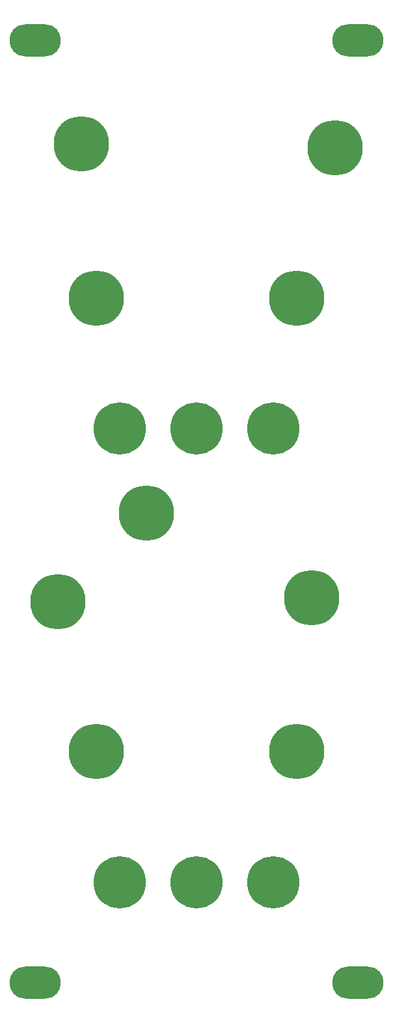
<source format=gbl>
G04 #@! TF.GenerationSoftware,KiCad,Pcbnew,6.0.10+dfsg-1~bpo11+1*
G04 #@! TF.CreationDate,2023-01-12T20:06:14+00:00*
G04 #@! TF.ProjectId,MS20-VCF,4d533230-2d56-4434-962e-6b696361645f,rev?*
G04 #@! TF.SameCoordinates,Original*
G04 #@! TF.FileFunction,Copper,L2,Bot*
G04 #@! TF.FilePolarity,Positive*
%FSLAX46Y46*%
G04 Gerber Fmt 4.6, Leading zero omitted, Abs format (unit mm)*
G04 Created by KiCad (PCBNEW 6.0.10+dfsg-1~bpo11+1) date 2023-01-12 20:06:14*
%MOMM*%
%LPD*%
G01*
G04 APERTURE LIST*
G04 #@! TA.AperFunction,ComponentPad*
%ADD10O,6.700000X4.200000*%
G04 #@! TD*
G04 #@! TA.AperFunction,ViaPad*
%ADD11C,7.200000*%
G04 #@! TD*
G04 #@! TA.AperFunction,ViaPad*
%ADD12C,6.800000*%
G04 #@! TD*
G04 APERTURE END LIST*
D10*
X78900000Y-40100000D03*
X120900000Y-40100000D03*
X120900000Y-162600000D03*
X78900000Y-162600000D03*
D11*
X93400000Y-101600000D03*
D12*
X89900000Y-90600000D03*
X99900000Y-90600000D03*
X109900000Y-90600000D03*
D11*
X117900000Y-54100000D03*
X81900000Y-113100000D03*
X112900000Y-132600000D03*
X86900000Y-132600000D03*
X114900000Y-112600000D03*
D12*
X99900000Y-149600000D03*
X89900000Y-149600000D03*
X109900000Y-149600000D03*
D11*
X112900000Y-73600000D03*
X86900000Y-73600000D03*
X84900000Y-53600000D03*
M02*

</source>
